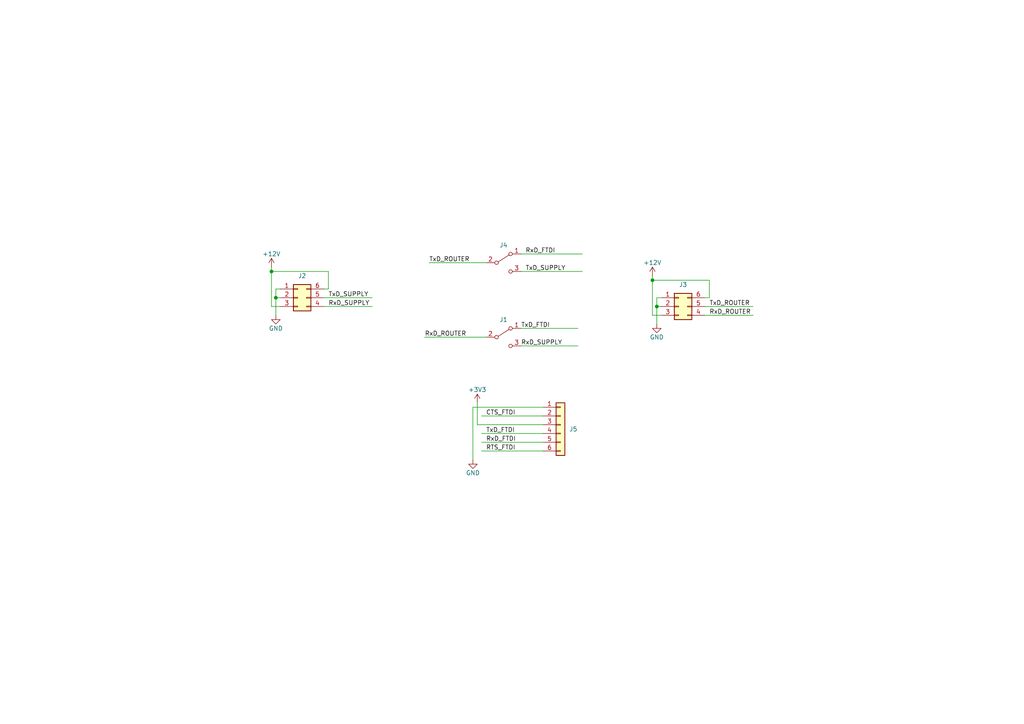
<source format=kicad_sch>
(kicad_sch (version 20211123) (generator eeschema)
  (paper "A4")
  (lib_symbols
    (symbol "Connector_Generic:Conn_01x06" (pin_names (offset 1.016) hide)
      (property "Reference" "J" (at 0 7.62 0))
      (property "Value" "Conn_01x06" (at 0 -10.16 0))
      (symbol "Conn_01x06_1_1"
        (rectangle (start -1.27 -7.493) (end 0 -7.747) (stroke (width 0.1524)))
        (rectangle (start -1.27 -4.953) (end 0 -5.207) (stroke (width 0.1524)))
        (rectangle (start -1.27 -2.413) (end 0 -2.667) (stroke (width 0.1524)))
        (rectangle (start -1.27 0.127) (end 0 -0.127) (stroke (width 0.1524)))
        (rectangle (start -1.27 2.667) (end 0 2.413) (stroke (width 0.1524)))
        (rectangle (start -1.27 5.207) (end 0 4.953) (stroke (width 0.1524)))
        (rectangle (start -1.27 6.35) (end 1.27 -8.89) (stroke (width 0.254)) (fill (type background)))
        (pin passive line (at -5.08 5.08 0) (length 3.81) (name "Pin_1") (number "1"))
        (pin passive line (at -5.08 2.54 0) (length 3.81) (name "Pin_2") (number "2"))
        (pin passive line (at -5.08 0 0) (length 3.81) (name "Pin_3") (number "3"))
        (pin passive line (at -5.08 -2.54 0) (length 3.81) (name "Pin_4") (number "4"))
        (pin passive line (at -5.08 -5.08 0) (length 3.81) (name "Pin_5") (number "5"))
        (pin passive line (at -5.08 -7.62 0) (length 3.81) (name "Pin_6") (number "6"))
      )
    )
    (symbol "Connector_Generic:Conn_02x03_Counter_Clockwise" (pin_names (offset 1.016) hide)
      (property "Reference" "J" (at 1.27 5.08 0))
      (property "Value" "Conn_02x03_Counter_Clockwise" (at 1.27 -5.08 0))
      (symbol "Conn_02x03_Counter_Clockwise_1_1"
        (rectangle (start -1.27 -2.413) (end 0 -2.667) (stroke (width 0.1524)))
        (rectangle (start -1.27 0.127) (end 0 -0.127) (stroke (width 0.1524)))
        (rectangle (start -1.27 2.667) (end 0 2.413) (stroke (width 0.1524)))
        (rectangle (start -1.27 3.81) (end 3.81 -3.81) (stroke (width 0.254)) (fill (type background)))
        (rectangle (start 3.81 -2.413) (end 2.54 -2.667) (stroke (width 0.1524)))
        (rectangle (start 3.81 0.127) (end 2.54 -0.127) (stroke (width 0.1524)))
        (rectangle (start 3.81 2.667) (end 2.54 2.413) (stroke (width 0.1524)))
        (pin passive line (at -5.08 2.54 0) (length 3.81) (name "Pin_1") (number "1"))
        (pin passive line (at -5.08 0 0) (length 3.81) (name "Pin_2") (number "2"))
        (pin passive line (at -5.08 -2.54 0) (length 3.81) (name "Pin_3") (number "3"))
        (pin passive line (at 7.62 -2.54 180) (length 3.81) (name "Pin_4") (number "4"))
        (pin passive line (at 7.62 0 180) (length 3.81) (name "Pin_5") (number "5"))
        (pin passive line (at 7.62 2.54 180) (length 3.81) (name "Pin_6") (number "6"))
      )
    )
    (symbol "Switch:SW_SPDT" (pin_names (offset 0) hide)
      (property "Reference" "SW" (at 0 4.318 0))
      (property "Value" "SW_SPDT" (at 0 -5.08 0))
      (symbol "SW_SPDT_0_0"
        (circle (center -2.032 0) (radius 0.508))
        (circle (center 2.032 -2.54) (radius 0.508))
      )
      (symbol "SW_SPDT_0_1"
        (polyline (pts (xy -1.524 0.254) (xy 1.651 2.286)))
        (circle (center 2.032 2.54) (radius 0.508))
      )
      (symbol "SW_SPDT_1_1"
        (pin passive line (at 5.08 2.54 180) (length 2.54) (name "A") (number "1"))
        (pin passive line (at -5.08 0 0) (length 2.54) (name "B") (number "2"))
        (pin passive line (at 5.08 -2.54 180) (length 2.54) (name "C") (number "3"))
      )
    )
    (symbol "power:+12V" (power) (pin_names (offset 0))
      (property "Value" "+12V" (at 0 3.556 0))
      (symbol "+12V_0_1"
        (polyline (pts (xy -0.762 1.27) (xy 0 2.54)))
        (polyline (pts (xy 0 0) (xy 0 2.54)))
        (polyline (pts (xy 0 2.54) (xy 0.762 1.27)))
      )
      (symbol "+12V_1_1"
        (pin power_in line (at 0 0 90) (length 0) hide (name "+12V") (number "1"))
      )
    )
    (symbol "power:+3.3V" (power) (pin_names (offset 0))
      (property "Value" "+3.3V" (at 0 3.556 0))
      (symbol "+3.3V_0_1"
        (polyline (pts (xy -0.762 1.27) (xy 0 2.54)))
        (polyline (pts (xy 0 0) (xy 0 2.54)))
        (polyline (pts (xy 0 2.54) (xy 0.762 1.27)))
      )
      (symbol "+3.3V_1_1"
        (pin power_in line (at 0 0 90) (length 0) hide (name "+3V3") (number "1"))
      )
    )
    (symbol "power:GND" (power) (pin_names (offset 0))
      (property "Value" "GND" (at 0 -3.81 0))
      (symbol "GND_0_1"
        (polyline (pts (xy 0 0) (xy 0 -1.27) (xy 1.27 -1.27) (xy 0 -2.54) (xy -1.27 -1.27) (xy 0 -1.27)))
      )
      (symbol "GND_1_1"
        (pin power_in line (at 0 0 270) (length 0) hide (name "GND") (number "1"))
      )
    )
  )
  (junction (at 80.01 86.36))
  (junction (at 190.5 88.9))
  (junction (at 78.74 78.74))
  (junction (at 189.23 81.28))
  (wire (pts (xy 205.74 86.36) (xy 205.74 81.28)))
  (wire (pts (xy 80.01 86.36) (xy 80.01 91.44)))
  (wire (pts (xy 78.74 77.47) (xy 78.74 78.74)))
  (wire (pts (xy 137.16 118.11) (xy 137.16 133.35)))
  (wire (pts (xy 157.48 118.11) (xy 137.16 118.11)))
  (wire (pts (xy 190.5 88.9) (xy 191.77 88.9)))
  (wire (pts (xy 95.25 83.82) (xy 95.25 78.74)))
  (wire (pts (xy 151.13 78.74) (xy 168.91 78.74)))
  (wire (pts (xy 80.01 86.36) (xy 81.28 86.36)))
  (wire (pts (xy 138.43 123.19) (xy 157.48 123.19)))
  (wire (pts (xy 139.7 125.73) (xy 157.48 125.73)))
  (wire (pts (xy 78.74 88.9) (xy 78.74 78.74)))
  (wire (pts (xy 138.43 123.19) (xy 138.43 116.84)))
  (wire (pts (xy 204.47 88.9) (xy 218.44 88.9)))
  (wire (pts (xy 189.23 80.01) (xy 189.23 81.28)))
  (wire (pts (xy 189.23 91.44) (xy 189.23 81.28)))
  (wire (pts (xy 123.19 97.79) (xy 140.97 97.79)))
  (wire (pts (xy 93.98 88.9) (xy 107.95 88.9)))
  (wire (pts (xy 80.01 83.82) (xy 80.01 86.36)))
  (wire (pts (xy 139.7 128.27) (xy 157.48 128.27)))
  (wire (pts (xy 191.77 86.36) (xy 190.5 86.36)))
  (wire (pts (xy 190.5 86.36) (xy 190.5 88.9)))
  (wire (pts (xy 204.47 91.44) (xy 218.44 91.44)))
  (wire (pts (xy 95.25 78.74) (xy 78.74 78.74)))
  (wire (pts (xy 151.13 95.25) (xy 167.64 95.25)))
  (wire (pts (xy 151.13 73.66) (xy 168.91 73.66)))
  (wire (pts (xy 151.13 100.33) (xy 167.64 100.33)))
  (wire (pts (xy 81.28 83.82) (xy 80.01 83.82)))
  (wire (pts (xy 191.77 91.44) (xy 189.23 91.44)))
  (wire (pts (xy 93.98 86.36) (xy 107.95 86.36)))
  (wire (pts (xy 81.28 88.9) (xy 78.74 88.9)))
  (wire (pts (xy 190.5 88.9) (xy 190.5 93.98)))
  (wire (pts (xy 139.7 120.65) (xy 157.48 120.65)))
  (wire (pts (xy 93.98 83.82) (xy 95.25 83.82)))
  (wire (pts (xy 139.7 130.81) (xy 157.48 130.81)))
  (wire (pts (xy 124.46 76.2) (xy 140.97 76.2)))
  (wire (pts (xy 204.47 86.36) (xy 205.74 86.36)))
  (wire (pts (xy 205.74 81.28) (xy 189.23 81.28)))
  (label "TxD_ROUTER" (at 124.46 76.2 0))
  (label "RxD_SUPPLY" (at 95.25 88.9 0))
  (label "RxD_FTDI" (at 140.97 128.27 0))
  (label "CTS_FTDI" (at 140.97 120.65 0))
  (label "RxD_FTDI" (at 152.4 73.66 0))
  (label "TxD_FTDI" (at 151.13 95.25 0))
  (label "RxD_ROUTER" (at 123.19 97.79 0))
  (label "TxD_FTDI" (at 140.97 125.73 0))
  (label "TxD_SUPPLY" (at 152.4 78.74 0))
  (label "RxD_SUPPLY" (at 151.13 100.33 0))
  (label "TxD_ROUTER" (at 205.74 88.9 0))
  (label "RxD_ROUTER" (at 205.74 91.44 0))
  (label "TxD_SUPPLY" (at 95.25 86.36 0))
  (label "RTS_FTDI" (at 140.97 130.81 0))
  (symbol (lib_id "Connector_Generic:Conn_02x03_Counter_Clockwise") (at 86.36 86.36 0) (unit 1)
    (property "Reference" "J2" (at 87.63 80.01 0))
    (property "Value" "Conn_02x03_Counter_Clockwise" (effects hide))
    (property "Footprint" "Connector_Molex:Molex_Micro-Fit_3.0_43045-0600_2x03_P3.00mm_Horizontal" (effects hide))
  )
  (symbol (lib_id "power:+12V") (at 189.23 80.01 0) (unit 1)
    (property "Reference" "#PWR0103" (effects hide))
    (property "Value" "+12V" (at 189.23 76.2 0))
  )
  (symbol (lib_id "Switch:SW_SPDT") (at 146.05 76.2 0) (unit 1)
    (property "Reference" "J4" (at 146.05 71.12 0))
    (property "Value" "SW_SPDT" (effects hide))
    (property "Footprint" "Connector_PinHeader_2.54mm:PinHeader_1x03_P2.54mm_Vertical" (effects hide))
  )
  (symbol (lib_id "Connector_Generic:Conn_01x06") (at 162.56 123.19 0) (unit 1)
    (property "Reference" "J5" (at 165.1 124.4599 0) (effects (justify left)))
    (property "Value" "Conn_01x06" (effects hide))
    (property "Footprint" "Connector_PinSocket_2.54mm:PinSocket_1x06_P2.54mm_Vertical" (effects hide))
  )
  (symbol (lib_id "power:GND") (at 80.01 91.44 0) (unit 1)
    (property "Reference" "#PWR0101" (effects hide))
    (property "Value" "GND" (at 80.01 95.25 0))
  )
  (symbol (lib_id "power:GND") (at 190.5 93.98 0) (unit 1)
    (property "Reference" "#PWR0104" (effects hide))
    (property "Value" "GND" (at 190.5 97.79 0))
  )
  (symbol (lib_id "power:GND") (at 137.16 133.35 0) (unit 1)
    (property "Reference" "#PWR0106" (effects hide))
    (property "Value" "GND" (at 137.16 137.16 0))
  )
  (symbol (lib_id "power:+12V") (at 78.74 77.47 0) (unit 1)
    (property "Reference" "#PWR0102" (effects hide))
    (property "Value" "+12V" (at 78.74 73.66 0))
  )
  (symbol (lib_id "Connector_Generic:Conn_02x03_Counter_Clockwise") (at 196.85 88.9 0) (unit 1)
    (property "Reference" "J3" (at 198.12 82.55 0))
    (property "Value" "Conn_02x03_Counter_Clockwise" (effects hide))
    (property "Footprint" "Connector_Molex:Molex_Micro-Fit_3.0_43045-0600_2x03_P3.00mm_Horizontal" (effects hide))
  )
  (symbol (lib_id "Switch:SW_SPDT") (at 146.05 97.79 0) (unit 1)
    (property "Reference" "J1" (at 146.05 92.71 0))
    (property "Value" "SW_SPDT" (effects hide))
    (property "Footprint" "Connector_PinHeader_2.54mm:PinHeader_1x03_P2.54mm_Vertical" (effects hide))
  )
  (symbol (lib_id "power:+3.3V") (at 138.43 116.84 0) (unit 1)
    (property "Reference" "#PWR0105" (effects hide))
    (property "Value" "+3.3V" (at 138.43 113.03 0))
  )
)
</source>
